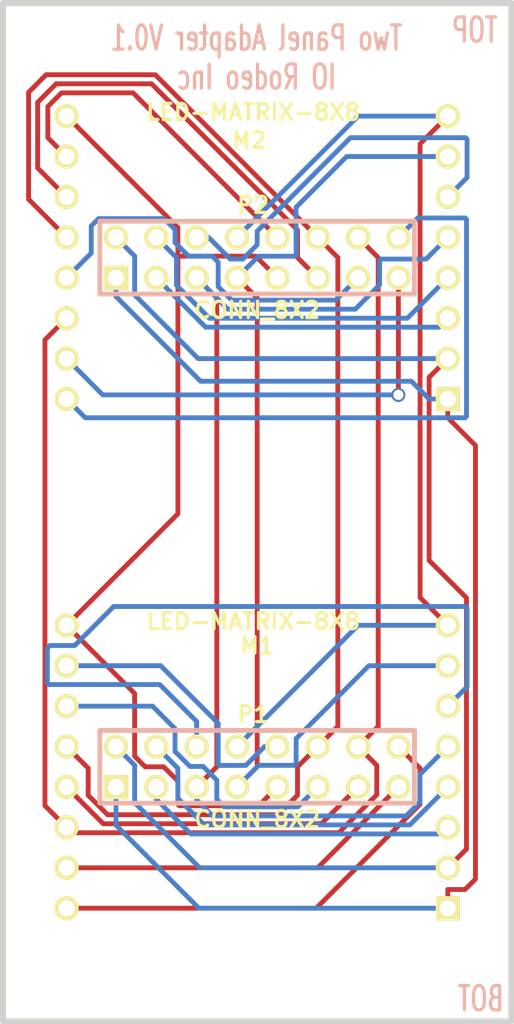
<source format=kicad_pcb>
(kicad_pcb (version 20171130) (host pcbnew 5.1.10)

  (general
    (thickness 1.6002)
    (drawings 7)
    (tracks 209)
    (zones 0)
    (modules 4)
    (nets 25)
  )

  (page A4)
  (title_block
    (date "12 apr 2013")
  )

  (layers
    (0 Front signal)
    (31 Back signal)
    (32 B.Adhes user)
    (33 F.Adhes user)
    (34 B.Paste user)
    (35 F.Paste user)
    (36 B.SilkS user)
    (37 F.SilkS user)
    (38 B.Mask user)
    (39 F.Mask user)
    (40 Dwgs.User user)
    (41 Cmts.User user)
    (42 Eco1.User user)
    (43 Eco2.User user)
    (44 Edge.Cuts user)
  )

  (setup
    (last_trace_width 0.3048)
    (trace_clearance 0.254)
    (zone_clearance 0.508)
    (zone_45_only no)
    (trace_min 0.2032)
    (via_size 0.889)
    (via_drill 0.635)
    (via_min_size 0.889)
    (via_min_drill 0.508)
    (uvia_size 0.508)
    (uvia_drill 0.127)
    (uvias_allowed no)
    (uvia_min_size 0.508)
    (uvia_min_drill 0.127)
    (edge_width 0.381)
    (segment_width 0.381)
    (pcb_text_width 0.3048)
    (pcb_text_size 1.524 2.032)
    (mod_edge_width 0.381)
    (mod_text_size 1.524 1.524)
    (mod_text_width 0.3048)
    (pad_size 1.524 1.524)
    (pad_drill 0.8128)
    (pad_to_mask_clearance 0.254)
    (aux_axis_origin 0 0)
    (visible_elements FFFFFF7F)
    (pcbplotparams
      (layerselection 0x00030_ffffffff)
      (usegerberextensions true)
      (usegerberattributes true)
      (usegerberadvancedattributes true)
      (creategerberjobfile true)
      (excludeedgelayer true)
      (linewidth 0.150000)
      (plotframeref false)
      (viasonmask false)
      (mode 1)
      (useauxorigin false)
      (hpglpennumber 1)
      (hpglpenspeed 20)
      (hpglpendiameter 15.000000)
      (psnegative false)
      (psa4output false)
      (plotreference true)
      (plotvalue true)
      (plotinvisibletext false)
      (padsonsilk false)
      (subtractmaskfromsilk false)
      (outputformat 1)
      (mirror false)
      (drillshape 1)
      (scaleselection 1)
      (outputdirectory ""))
  )

  (net 0 "")
  (net 1 /COL1)
  (net 2 /COL10)
  (net 3 /COL11)
  (net 4 /COL12)
  (net 5 /COL13)
  (net 6 /COL14)
  (net 7 /COL15)
  (net 8 /COL16)
  (net 9 /COL2)
  (net 10 /COL3)
  (net 11 /COL4)
  (net 12 /COL5)
  (net 13 /COL6)
  (net 14 /COL7)
  (net 15 /COL8)
  (net 16 /COL9)
  (net 17 /ROW1)
  (net 18 /ROW2)
  (net 19 /ROW3)
  (net 20 /ROW4)
  (net 21 /ROW5)
  (net 22 /ROW6)
  (net 23 /ROW7)
  (net 24 /ROW8)

  (net_class Default "This is the default net class."
    (clearance 0.254)
    (trace_width 0.3048)
    (via_dia 0.889)
    (via_drill 0.635)
    (uvia_dia 0.508)
    (uvia_drill 0.127)
    (add_net /COL1)
    (add_net /COL10)
    (add_net /COL11)
    (add_net /COL12)
    (add_net /COL13)
    (add_net /COL14)
    (add_net /COL15)
    (add_net /COL16)
    (add_net /COL2)
    (add_net /COL3)
    (add_net /COL4)
    (add_net /COL5)
    (add_net /COL6)
    (add_net /COL7)
    (add_net /COL8)
    (add_net /COL9)
    (add_net /ROW1)
    (add_net /ROW2)
    (add_net /ROW3)
    (add_net /ROW4)
    (add_net /ROW5)
    (add_net /ROW6)
    (add_net /ROW7)
    (add_net /ROW8)
  )

  (module LED_8x8 (layer Front) (tedit 5161C310) (tstamp 5161BF72)
    (at 66.79946 98.80092 180)
    (descr "LED 8x8 Matrix w/ 8x1 Peel-A-Way connectors (terminal type 210)")
    (tags LED)
    (path /5161B1D4)
    (fp_text reference M1 (at -0.00254 7.61492 180) (layer F.SilkS)
      (effects (font (size 1.016 1.016) (thickness 0.2032)))
    )
    (fp_text value LED-MATRIX-8X8 (at 0.25146 9.13892 180) (layer F.SilkS)
      (effects (font (size 1.016 1.016) (thickness 0.2032)))
    )
    (fp_line (start 15.99946 15.99946) (end -15.99946 15.99946) (layer Dwgs.User) (width 0.3048))
    (fp_line (start -15.99946 15.99946) (end -15.99946 -15.99946) (layer Dwgs.User) (width 0.3048))
    (fp_line (start -15.99946 -15.99946) (end 15.99946 -15.99946) (layer Dwgs.User) (width 0.3048))
    (fp_line (start 15.99946 -15.99946) (end 15.99946 15.99946) (layer Dwgs.User) (width 0.3048))
    (fp_line (start 10.72896 9.90854) (end 10.72896 -9.90346) (layer Dwgs.User) (width 0.3048))
    (fp_line (start 13.26896 -9.90346) (end 13.26896 9.90854) (layer Dwgs.User) (width 0.3048))
    (fp_line (start 13.26896 -9.90346) (end 10.72896 -9.90346) (layer Dwgs.User) (width 0.3048))
    (fp_line (start 13.26896 9.90854) (end 10.72896 9.90854) (layer Dwgs.User) (width 0.3048))
    (fp_line (start -10.7315 9.90854) (end -13.2715 9.90854) (layer Dwgs.User) (width 0.3048))
    (fp_line (start -10.7315 -9.90346) (end -13.2715 -9.90346) (layer Dwgs.User) (width 0.3048))
    (fp_line (start -10.7315 -9.90346) (end -10.7315 9.90854) (layer Dwgs.User) (width 0.3048))
    (fp_line (start -13.2715 9.90854) (end -13.2715 -9.90346) (layer Dwgs.User) (width 0.3048))
    (pad 9 thru_hole circle (at 11.99896 8.89254 90) (size 1.524 1.524) (drill 1.016) (layers *.Cu *.Mask F.SilkS)
      (net 17 /ROW1))
    (pad 10 thru_hole circle (at 11.99896 6.35254 90) (size 1.524 1.524) (drill 1.016) (layers *.Cu *.Mask F.SilkS)
      (net 11 /COL4))
    (pad 11 thru_hole circle (at 11.99896 3.81254 90) (size 1.524 1.524) (drill 1.016) (layers *.Cu *.Mask F.SilkS)
      (net 13 /COL6))
    (pad 12 thru_hole circle (at 11.99896 1.27254 90) (size 1.524 1.524) (drill 1.016) (layers *.Cu *.Mask F.SilkS)
      (net 20 /ROW4))
    (pad 13 thru_hole circle (at 11.99896 -1.26746 90) (size 1.524 1.524) (drill 1.016) (layers *.Cu *.Mask F.SilkS)
      (net 1 /COL1))
    (pad 14 thru_hole circle (at 11.99896 -3.80746 90) (size 1.524 1.524) (drill 1.016) (layers *.Cu *.Mask F.SilkS)
      (net 18 /ROW2))
    (pad 15 thru_hole circle (at 11.99896 -6.34746 90) (size 1.524 1.524) (drill 1.016) (layers *.Cu *.Mask F.SilkS)
      (net 14 /COL7))
    (pad 16 thru_hole circle (at 11.99896 -8.88746) (size 1.524 1.524) (drill 1.016) (layers *.Cu *.Mask F.SilkS)
      (net 15 /COL8))
    (pad 1 thru_hole rect (at -12.0015 -8.88746) (size 1.524 1.524) (drill 1.016) (layers *.Cu *.Mask F.SilkS)
      (net 21 /ROW5))
    (pad 2 thru_hole circle (at -12.0015 -6.34746 90) (size 1.524 1.524) (drill 1.016) (layers *.Cu *.Mask F.SilkS)
      (net 23 /ROW7))
    (pad 3 thru_hole circle (at -12.0015 -3.80746 90) (size 1.524 1.524) (drill 1.016) (layers *.Cu *.Mask F.SilkS)
      (net 9 /COL2))
    (pad 4 thru_hole circle (at -12.0015 -1.26746 90) (size 1.524 1.524) (drill 1.016) (layers *.Cu *.Mask F.SilkS)
      (net 10 /COL3))
    (pad 5 thru_hole circle (at -12.0015 1.27254 90) (size 1.524 1.524) (drill 1.016) (layers *.Cu *.Mask F.SilkS)
      (net 24 /ROW8))
    (pad 6 thru_hole circle (at -12.0015 3.81254 90) (size 1.524 1.524) (drill 1.016) (layers *.Cu *.Mask F.SilkS)
      (net 12 /COL5))
    (pad 7 thru_hole circle (at -12.0015 6.35254 90) (size 1.524 1.524) (drill 1.016) (layers *.Cu *.Mask F.SilkS)
      (net 22 /ROW6))
    (pad 8 thru_hole circle (at -12.0015 8.89254 90) (size 1.524 1.524) (drill 1.016) (layers *.Cu *.Mask F.SilkS)
      (net 19 /ROW3))
  )

  (module LED_8x8 (layer Front) (tedit 5161C25F) (tstamp 5161BF74)
    (at 66.79946 66.79946 180)
    (descr "LED 8x8 Matrix w/ 8x1 Peel-A-Way connectors (terminal type 210)")
    (tags LED)
    (path /5161BB2C)
    (fp_text reference M2 (at 0.50546 7.36346 180) (layer F.SilkS)
      (effects (font (size 1.016 1.016) (thickness 0.2032)))
    )
    (fp_text value LED-MATRIX-8X8 (at 0.25146 9.14146 180) (layer F.SilkS)
      (effects (font (size 1.016 1.016) (thickness 0.2032)))
    )
    (fp_line (start 15.99946 15.99946) (end -15.99946 15.99946) (layer Dwgs.User) (width 0.3048))
    (fp_line (start -15.99946 15.99946) (end -15.99946 -15.99946) (layer Dwgs.User) (width 0.3048))
    (fp_line (start -15.99946 -15.99946) (end 15.99946 -15.99946) (layer Dwgs.User) (width 0.3048))
    (fp_line (start 15.99946 -15.99946) (end 15.99946 15.99946) (layer Dwgs.User) (width 0.3048))
    (fp_line (start 10.72896 9.90854) (end 10.72896 -9.90346) (layer Dwgs.User) (width 0.3048))
    (fp_line (start 13.26896 -9.90346) (end 13.26896 9.90854) (layer Dwgs.User) (width 0.3048))
    (fp_line (start 13.26896 -9.90346) (end 10.72896 -9.90346) (layer Dwgs.User) (width 0.3048))
    (fp_line (start 13.26896 9.90854) (end 10.72896 9.90854) (layer Dwgs.User) (width 0.3048))
    (fp_line (start -10.7315 9.90854) (end -13.2715 9.90854) (layer Dwgs.User) (width 0.3048))
    (fp_line (start -10.7315 -9.90346) (end -13.2715 -9.90346) (layer Dwgs.User) (width 0.3048))
    (fp_line (start -10.7315 -9.90346) (end -10.7315 9.90854) (layer Dwgs.User) (width 0.3048))
    (fp_line (start -13.2715 9.90854) (end -13.2715 -9.90346) (layer Dwgs.User) (width 0.3048))
    (pad 9 thru_hole circle (at 11.99896 8.89254 90) (size 1.524 1.524) (drill 1.016) (layers *.Cu *.Mask F.SilkS)
      (net 17 /ROW1))
    (pad 10 thru_hole circle (at 11.99896 6.35254 90) (size 1.524 1.524) (drill 1.016) (layers *.Cu *.Mask F.SilkS)
      (net 4 /COL12))
    (pad 11 thru_hole circle (at 11.99896 3.81254 90) (size 1.524 1.524) (drill 1.016) (layers *.Cu *.Mask F.SilkS)
      (net 6 /COL14))
    (pad 12 thru_hole circle (at 11.99896 1.27254 90) (size 1.524 1.524) (drill 1.016) (layers *.Cu *.Mask F.SilkS)
      (net 20 /ROW4))
    (pad 13 thru_hole circle (at 11.99896 -1.26746 90) (size 1.524 1.524) (drill 1.016) (layers *.Cu *.Mask F.SilkS)
      (net 16 /COL9))
    (pad 14 thru_hole circle (at 11.99896 -3.80746 90) (size 1.524 1.524) (drill 1.016) (layers *.Cu *.Mask F.SilkS)
      (net 18 /ROW2))
    (pad 15 thru_hole circle (at 11.99896 -6.34746 90) (size 1.524 1.524) (drill 1.016) (layers *.Cu *.Mask F.SilkS)
      (net 7 /COL15))
    (pad 16 thru_hole circle (at 11.99896 -8.88746) (size 1.524 1.524) (drill 1.016) (layers *.Cu *.Mask F.SilkS)
      (net 8 /COL16))
    (pad 1 thru_hole rect (at -12.0015 -8.88746) (size 1.524 1.524) (drill 1.016) (layers *.Cu *.Mask F.SilkS)
      (net 21 /ROW5))
    (pad 2 thru_hole circle (at -12.0015 -6.34746 90) (size 1.524 1.524) (drill 1.016) (layers *.Cu *.Mask F.SilkS)
      (net 23 /ROW7))
    (pad 3 thru_hole circle (at -12.0015 -3.80746 90) (size 1.524 1.524) (drill 1.016) (layers *.Cu *.Mask F.SilkS)
      (net 2 /COL10))
    (pad 4 thru_hole circle (at -12.0015 -1.26746 90) (size 1.524 1.524) (drill 1.016) (layers *.Cu *.Mask F.SilkS)
      (net 3 /COL11))
    (pad 5 thru_hole circle (at -12.0015 1.27254 90) (size 1.524 1.524) (drill 1.016) (layers *.Cu *.Mask F.SilkS)
      (net 24 /ROW8))
    (pad 6 thru_hole circle (at -12.0015 3.81254 90) (size 1.524 1.524) (drill 1.016) (layers *.Cu *.Mask F.SilkS)
      (net 5 /COL13))
    (pad 7 thru_hole circle (at -12.0015 6.35254 90) (size 1.524 1.524) (drill 1.016) (layers *.Cu *.Mask F.SilkS)
      (net 22 /ROW6))
    (pad 8 thru_hole circle (at -12.0015 8.89254 90) (size 1.524 1.524) (drill 1.016) (layers *.Cu *.Mask F.SilkS)
      (net 19 /ROW3))
  )

  (module pin_array_8x2_custom (layer Front) (tedit 5161C82B) (tstamp 5161BF6F)
    (at 66.79946 98.80092)
    (descr "Double rangee de contacts 2 x 8 pins")
    (tags CONN)
    (path /5161B211)
    (fp_text reference P1 (at -0.254 -3.302) (layer F.SilkS)
      (effects (font (size 1.016 1.016) (thickness 0.2032)))
    )
    (fp_text value CONN_8X2 (at 0 3.302) (layer F.SilkS)
      (effects (font (size 1.016 1.016) (thickness 0.2032)))
    )
    (fp_line (start -9.906 2.286) (end -9.906 -2.286) (layer B.SilkS) (width 0.3048))
    (fp_line (start -9.906 -2.286) (end 9.906 -2.286) (layer B.SilkS) (width 0.3048))
    (fp_line (start 9.906 -2.286) (end 9.906 2.286) (layer B.SilkS) (width 0.3048))
    (fp_line (start 9.906 2.286) (end -9.906 2.286) (layer B.SilkS) (width 0.3048))
    (pad 1 thru_hole rect (at -8.89 1.27) (size 1.524 1.524) (drill 1.016) (layers *.Cu *.Mask F.SilkS)
      (net 21 /ROW5))
    (pad 2 thru_hole circle (at -8.89 -1.27) (size 1.524 1.524) (drill 1.016) (layers *.Cu *.Mask F.SilkS)
      (net 23 /ROW7))
    (pad 3 thru_hole circle (at -6.35 1.27) (size 1.524 1.524) (drill 1.016) (layers *.Cu *.Mask F.SilkS)
      (net 9 /COL2))
    (pad 4 thru_hole circle (at -6.35 -1.27) (size 1.524 1.524) (drill 1.016) (layers *.Cu *.Mask F.SilkS)
      (net 10 /COL3))
    (pad 5 thru_hole circle (at -3.81 1.27) (size 1.524 1.524) (drill 1.016) (layers *.Cu *.Mask F.SilkS)
      (net 24 /ROW8))
    (pad 6 thru_hole circle (at -3.81 -1.27) (size 1.524 1.524) (drill 1.016) (layers *.Cu *.Mask F.SilkS)
      (net 12 /COL5))
    (pad 7 thru_hole circle (at -1.27 1.27) (size 1.524 1.524) (drill 1.016) (layers *.Cu *.Mask F.SilkS)
      (net 22 /ROW6))
    (pad 8 thru_hole circle (at -1.27 -1.27) (size 1.524 1.524) (drill 1.016) (layers *.Cu *.Mask F.SilkS)
      (net 19 /ROW3))
    (pad 9 thru_hole circle (at 1.27 1.27) (size 1.524 1.524) (drill 1.016) (layers *.Cu *.Mask F.SilkS)
      (net 17 /ROW1))
    (pad 10 thru_hole circle (at 1.27 -1.27) (size 1.524 1.524) (drill 1.016) (layers *.Cu *.Mask F.SilkS)
      (net 11 /COL4))
    (pad 11 thru_hole circle (at 3.81 1.27) (size 1.524 1.524) (drill 1.016) (layers *.Cu *.Mask F.SilkS)
      (net 13 /COL6))
    (pad 12 thru_hole circle (at 3.81 -1.27) (size 1.524 1.524) (drill 1.016) (layers *.Cu *.Mask F.SilkS)
      (net 20 /ROW4))
    (pad 13 thru_hole circle (at 6.35 1.27) (size 1.524 1.524) (drill 1.016) (layers *.Cu *.Mask F.SilkS)
      (net 1 /COL1))
    (pad 14 thru_hole circle (at 6.35 -1.27) (size 1.524 1.524) (drill 1.016) (layers *.Cu *.Mask F.SilkS)
      (net 18 /ROW2))
    (pad 15 thru_hole circle (at 8.89 1.27) (size 1.524 1.524) (drill 1.016) (layers *.Cu *.Mask F.SilkS)
      (net 14 /COL7))
    (pad 16 thru_hole circle (at 8.89 -1.27) (size 1.524 1.524) (drill 1.016) (layers *.Cu *.Mask F.SilkS)
      (net 15 /COL8))
    (model pin_array/pins_array_8x2.wrl
      (at (xyz 0 0 0))
      (scale (xyz 1 1 1))
      (rotate (xyz 0 0 0))
    )
  )

  (module pin_array_8x2_custom (layer Front) (tedit 5161C82B) (tstamp 5161BF71)
    (at 66.79946 66.79946)
    (descr "Double rangee de contacts 2 x 8 pins")
    (tags CONN)
    (path /5161BB2B)
    (fp_text reference P2 (at -0.254 -3.302) (layer F.SilkS)
      (effects (font (size 1.016 1.016) (thickness 0.2032)))
    )
    (fp_text value CONN_8X2 (at 0 3.302) (layer F.SilkS)
      (effects (font (size 1.016 1.016) (thickness 0.2032)))
    )
    (fp_line (start -9.906 2.286) (end -9.906 -2.286) (layer B.SilkS) (width 0.3048))
    (fp_line (start -9.906 -2.286) (end 9.906 -2.286) (layer B.SilkS) (width 0.3048))
    (fp_line (start 9.906 -2.286) (end 9.906 2.286) (layer B.SilkS) (width 0.3048))
    (fp_line (start 9.906 2.286) (end -9.906 2.286) (layer B.SilkS) (width 0.3048))
    (pad 1 thru_hole rect (at -8.89 1.27) (size 1.524 1.524) (drill 1.016) (layers *.Cu *.Mask F.SilkS)
      (net 21 /ROW5))
    (pad 2 thru_hole circle (at -8.89 -1.27) (size 1.524 1.524) (drill 1.016) (layers *.Cu *.Mask F.SilkS)
      (net 23 /ROW7))
    (pad 3 thru_hole circle (at -6.35 1.27) (size 1.524 1.524) (drill 1.016) (layers *.Cu *.Mask F.SilkS)
      (net 2 /COL10))
    (pad 4 thru_hole circle (at -6.35 -1.27) (size 1.524 1.524) (drill 1.016) (layers *.Cu *.Mask F.SilkS)
      (net 3 /COL11))
    (pad 5 thru_hole circle (at -3.81 1.27) (size 1.524 1.524) (drill 1.016) (layers *.Cu *.Mask F.SilkS)
      (net 24 /ROW8))
    (pad 6 thru_hole circle (at -3.81 -1.27) (size 1.524 1.524) (drill 1.016) (layers *.Cu *.Mask F.SilkS)
      (net 5 /COL13))
    (pad 7 thru_hole circle (at -1.27 1.27) (size 1.524 1.524) (drill 1.016) (layers *.Cu *.Mask F.SilkS)
      (net 22 /ROW6))
    (pad 8 thru_hole circle (at -1.27 -1.27) (size 1.524 1.524) (drill 1.016) (layers *.Cu *.Mask F.SilkS)
      (net 19 /ROW3))
    (pad 9 thru_hole circle (at 1.27 1.27) (size 1.524 1.524) (drill 1.016) (layers *.Cu *.Mask F.SilkS)
      (net 17 /ROW1))
    (pad 10 thru_hole circle (at 1.27 -1.27) (size 1.524 1.524) (drill 1.016) (layers *.Cu *.Mask F.SilkS)
      (net 4 /COL12))
    (pad 11 thru_hole circle (at 3.81 1.27) (size 1.524 1.524) (drill 1.016) (layers *.Cu *.Mask F.SilkS)
      (net 6 /COL14))
    (pad 12 thru_hole circle (at 3.81 -1.27) (size 1.524 1.524) (drill 1.016) (layers *.Cu *.Mask F.SilkS)
      (net 20 /ROW4))
    (pad 13 thru_hole circle (at 6.35 1.27) (size 1.524 1.524) (drill 1.016) (layers *.Cu *.Mask F.SilkS)
      (net 16 /COL9))
    (pad 14 thru_hole circle (at 6.35 -1.27) (size 1.524 1.524) (drill 1.016) (layers *.Cu *.Mask F.SilkS)
      (net 18 /ROW2))
    (pad 15 thru_hole circle (at 8.89 1.27) (size 1.524 1.524) (drill 1.016) (layers *.Cu *.Mask F.SilkS)
      (net 7 /COL15))
    (pad 16 thru_hole circle (at 8.89 -1.27) (size 1.524 1.524) (drill 1.016) (layers *.Cu *.Mask F.SilkS)
      (net 8 /COL16))
    (model pin_array/pins_array_8x2.wrl
      (at (xyz 0 0 0))
      (scale (xyz 1 1 1))
      (rotate (xyz 0 0 0))
    )
  )

  (gr_text "Two Panel Adapter V0.1\nIO Rodeo Inc" (at 66.7512 54.229) (layer B.SilkS)
    (effects (font (size 1.524 1.016) (thickness 0.2032)) (justify mirror))
  )
  (gr_text BOT (at 79.3242 113.3856) (layer B.SilkS)
    (effects (font (size 1.524 1.016) (thickness 0.2032)) (justify right mirror))
  )
  (gr_text TOP (at 80.4926 52.5018) (layer B.SilkS)
    (effects (font (size 1.524 1.016) (thickness 0.2032)) (justify mirror))
  )
  (gr_line (start 82.79892 50.8) (end 50.8 50.8) (angle 90) (layer Edge.Cuts) (width 0.381))
  (gr_line (start 82.79892 114.80038) (end 82.79892 50.8) (angle 90) (layer Edge.Cuts) (width 0.381))
  (gr_line (start 50.8 114.80038) (end 82.79892 114.80038) (angle 90) (layer Edge.Cuts) (width 0.381))
  (gr_line (start 50.8 50.8) (end 50.8 114.80038) (angle 90) (layer Edge.Cuts) (width 0.381))

  (segment (start 70.8406 102.37978) (end 73.14946 100.07092) (width 0.3048) (layer Front) (net 1) (status 800000))
  (segment (start 57.1119 102.37978) (end 70.8406 102.37978) (width 0.3048) (layer Front) (net 1))
  (segment (start 54.8005 100.06838) (end 57.1119 102.37978) (width 0.3048) (layer Front) (net 1) (status 400000))
  (segment (start 78.23454 71.17334) (end 78.80096 70.60692) (width 0.3048) (layer Back) (net 2) (status 800000))
  (segment (start 63.55334 71.17334) (end 78.23454 71.17334) (width 0.3048) (layer Back) (net 2))
  (segment (start 60.44946 68.06946) (end 63.55334 71.17334) (width 0.3048) (layer Back) (net 2) (status 400000))
  (segment (start 76.26096 70.60692) (end 78.80096 68.06692) (width 0.3048) (layer Back) (net 3) (status 800000))
  (segment (start 63.7921 70.60692) (end 76.26096 70.60692) (width 0.3048) (layer Back) (net 3))
  (segment (start 61.71946 68.53428) (end 63.7921 70.60692) (width 0.3048) (layer Back) (net 3))
  (segment (start 61.71946 66.79946) (end 61.71946 68.53428) (width 0.3048) (layer Back) (net 3))
  (segment (start 60.44946 65.52946) (end 61.71946 66.79946) (width 0.3048) (layer Back) (net 3) (status 400000))
  (segment (start 58.98642 56.44642) (end 68.06946 65.52946) (width 0.3048) (layer Front) (net 4) (status 800000))
  (segment (start 54.47792 56.44642) (end 58.98642 56.44642) (width 0.3048) (layer Front) (net 4))
  (segment (start 53.62194 57.3024) (end 54.47792 56.44642) (width 0.3048) (layer Front) (net 4))
  (segment (start 53.62194 59.26836) (end 53.62194 57.3024) (width 0.3048) (layer Front) (net 4))
  (segment (start 54.8005 60.44692) (end 53.62194 59.26836) (width 0.3048) (layer Front) (net 4) (status 400000))
  (segment (start 80.01254 61.77534) (end 78.80096 62.98692) (width 0.3048) (layer Back) (net 5) (status 800000))
  (segment (start 80.01254 59.34964) (end 80.01254 61.77534) (width 0.3048) (layer Back) (net 5))
  (segment (start 79.92618 59.26328) (end 80.01254 59.34964) (width 0.3048) (layer Back) (net 5))
  (segment (start 72.67448 59.26328) (end 79.92618 59.26328) (width 0.3048) (layer Back) (net 5))
  (segment (start 66.79946 65.1383) (end 72.67448 59.26328) (width 0.3048) (layer Back) (net 5))
  (segment (start 66.79946 65.99428) (end 66.79946 65.1383) (width 0.3048) (layer Back) (net 5))
  (segment (start 65.90284 66.8909) (end 66.79946 65.99428) (width 0.3048) (layer Back) (net 5))
  (segment (start 65.10274 66.8909) (end 65.90284 66.8909) (width 0.3048) (layer Back) (net 5))
  (segment (start 63.7413 65.52946) (end 65.10274 66.8909) (width 0.3048) (layer Back) (net 5))
  (segment (start 62.98946 65.52946) (end 63.7413 65.52946) (width 0.3048) (layer Back) (net 5) (status 400000))
  (segment (start 69.33946 66.79946) (end 70.60946 68.06946) (width 0.3048) (layer Front) (net 6) (status 800000))
  (segment (start 69.33946 65.06464) (end 69.33946 66.79946) (width 0.3048) (layer Front) (net 6))
  (segment (start 60.14974 55.87492) (end 69.33946 65.06464) (width 0.3048) (layer Front) (net 6))
  (segment (start 54.14518 55.87492) (end 60.14974 55.87492) (width 0.3048) (layer Front) (net 6))
  (segment (start 52.97932 57.04078) (end 54.14518 55.87492) (width 0.3048) (layer Front) (net 6))
  (segment (start 52.97932 61.16574) (end 52.97932 57.04078) (width 0.3048) (layer Front) (net 6))
  (segment (start 54.8005 62.98692) (end 52.97932 61.16574) (width 0.3048) (layer Front) (net 6) (status 400000))
  (via (at 75.68946 75.42784) (size 0.889) (layers Front Back) (net 7))
  (segment (start 57.08142 75.42784) (end 75.68946 75.42784) (width 0.3048) (layer Back) (net 7))
  (segment (start 54.8005 73.14692) (end 57.08142 75.42784) (width 0.3048) (layer Back) (net 7) (status 400000))
  (segment (start 75.68946 68.06946) (end 75.68946 75.42784) (width 0.3048) (layer Front) (net 7) (status 400000))
  (segment (start 76.90866 64.31026) (end 75.68946 65.52946) (width 0.3048) (layer Back) (net 8) (status 800000))
  (segment (start 79.89316 64.31026) (end 76.90866 64.31026) (width 0.3048) (layer Back) (net 8))
  (segment (start 79.97952 64.39662) (end 79.89316 64.31026) (width 0.3048) (layer Back) (net 8))
  (segment (start 79.97952 76.77912) (end 79.97952 64.39662) (width 0.3048) (layer Back) (net 8))
  (segment (start 79.89316 76.86548) (end 79.97952 76.77912) (width 0.3048) (layer Back) (net 8))
  (segment (start 55.97906 76.86548) (end 79.89316 76.86548) (width 0.3048) (layer Back) (net 8))
  (segment (start 54.8005 75.68692) (end 55.97906 76.86548) (width 0.3048) (layer Back) (net 8) (status 400000))
  (segment (start 78.38948 103.01986) (end 78.80096 102.60838) (width 0.3048) (layer Back) (net 9) (status 800000))
  (segment (start 62.62624 103.01986) (end 78.38948 103.01986) (width 0.3048) (layer Back) (net 9))
  (segment (start 60.44946 100.84308) (end 62.62624 103.01986) (width 0.3048) (layer Back) (net 9))
  (segment (start 60.44946 100.07092) (end 60.44946 100.84308) (width 0.3048) (layer Back) (net 9) (status 400000))
  (segment (start 76.4159 102.45344) (end 78.80096 100.06838) (width 0.3048) (layer Back) (net 10) (status 800000))
  (segment (start 63.4746 102.45344) (end 76.4159 102.45344) (width 0.3048) (layer Back) (net 10))
  (segment (start 61.80582 100.78466) (end 63.4746 102.45344) (width 0.3048) (layer Back) (net 10))
  (segment (start 61.80582 98.88728) (end 61.80582 100.78466) (width 0.3048) (layer Back) (net 10))
  (segment (start 60.44946 97.53092) (end 61.80582 98.88728) (width 0.3048) (layer Back) (net 10) (status 400000))
  (segment (start 67.26428 97.53092) (end 68.06946 97.53092) (width 0.3048) (layer Back) (net 11) (status 800000))
  (segment (start 66.08064 98.71456) (end 67.26428 97.53092) (width 0.3048) (layer Back) (net 11))
  (segment (start 64.43218 98.71456) (end 66.08064 98.71456) (width 0.3048) (layer Back) (net 11))
  (segment (start 64.34582 98.6282) (end 64.43218 98.71456) (width 0.3048) (layer Back) (net 11))
  (segment (start 64.34582 96.06788) (end 64.34582 98.6282) (width 0.3048) (layer Back) (net 11))
  (segment (start 60.72632 92.44838) (end 64.34582 96.06788) (width 0.3048) (layer Back) (net 11))
  (segment (start 54.8005 92.44838) (end 60.72632 92.44838) (width 0.3048) (layer Back) (net 11) (status 400000))
  (segment (start 62.98946 95.95358) (end 62.98946 97.53092) (width 0.3048) (layer Back) (net 12) (status 800000))
  (segment (start 60.6679 93.63202) (end 62.98946 95.95358) (width 0.3048) (layer Back) (net 12))
  (segment (start 53.67782 93.63202) (end 60.6679 93.63202) (width 0.3048) (layer Back) (net 12))
  (segment (start 53.59146 93.54566) (end 53.67782 93.63202) (width 0.3048) (layer Back) (net 12))
  (segment (start 53.59146 91.34094) (end 53.59146 93.54566) (width 0.3048) (layer Back) (net 12))
  (segment (start 53.75402 91.17838) (end 53.59146 91.34094) (width 0.3048) (layer Back) (net 12))
  (segment (start 55.31358 91.17838) (end 53.75402 91.17838) (width 0.3048) (layer Back) (net 12))
  (segment (start 57.76468 88.72728) (end 55.31358 91.17838) (width 0.3048) (layer Back) (net 12))
  (segment (start 79.93126 88.72728) (end 57.76468 88.72728) (width 0.3048) (layer Back) (net 12))
  (segment (start 80.01762 88.81364) (end 79.93126 88.72728) (width 0.3048) (layer Back) (net 12))
  (segment (start 80.01762 93.77172) (end 80.01762 88.81364) (width 0.3048) (layer Back) (net 12))
  (segment (start 78.80096 94.98838) (end 80.01762 93.77172) (width 0.3048) (layer Back) (net 12) (status 400000))
  (segment (start 69.36232 101.31806) (end 70.60946 100.07092) (width 0.3048) (layer Back) (net 13) (status 800000))
  (segment (start 64.7319 101.31806) (end 69.36232 101.31806) (width 0.3048) (layer Back) (net 13))
  (segment (start 64.25946 100.84562) (end 64.7319 101.31806) (width 0.3048) (layer Back) (net 13))
  (segment (start 64.25946 99.63912) (end 64.25946 100.84562) (width 0.3048) (layer Back) (net 13))
  (segment (start 63.3984 98.77806) (end 64.25946 99.63912) (width 0.3048) (layer Back) (net 13))
  (segment (start 62.57036 98.77806) (end 63.3984 98.77806) (width 0.3048) (layer Back) (net 13))
  (segment (start 61.62802 97.83572) (end 62.57036 98.77806) (width 0.3048) (layer Back) (net 13))
  (segment (start 61.62802 96.40824) (end 61.62802 97.83572) (width 0.3048) (layer Back) (net 13))
  (segment (start 60.20816 94.98838) (end 61.62802 96.40824) (width 0.3048) (layer Back) (net 13))
  (segment (start 54.8005 94.98838) (end 60.20816 94.98838) (width 0.3048) (layer Back) (net 13) (status 400000))
  (segment (start 70.612 105.14838) (end 75.68946 100.07092) (width 0.3048) (layer Front) (net 14) (status 800000))
  (segment (start 54.8005 105.14838) (end 70.612 105.14838) (width 0.3048) (layer Front) (net 14) (status 400000))
  (segment (start 77.0509 98.89236) (end 75.68946 97.53092) (width 0.3048) (layer Front) (net 15) (status 800000))
  (segment (start 77.0509 101.1555) (end 77.0509 98.89236) (width 0.3048) (layer Front) (net 15))
  (segment (start 70.51802 107.68838) (end 77.0509 101.1555) (width 0.3048) (layer Front) (net 15))
  (segment (start 54.8005 107.68838) (end 70.51802 107.68838) (width 0.3048) (layer Front) (net 15) (status 400000))
  (segment (start 71.74738 69.47154) (end 73.14946 68.06946) (width 0.3048) (layer Back) (net 16) (status 800000))
  (segment (start 65.19672 69.47154) (end 71.74738 69.47154) (width 0.3048) (layer Back) (net 16))
  (segment (start 64.34582 68.62064) (end 65.19672 69.47154) (width 0.3048) (layer Back) (net 16))
  (segment (start 64.34582 67.08902) (end 64.34582 68.62064) (width 0.3048) (layer Back) (net 16))
  (segment (start 63.96482 66.70802) (end 64.34582 67.08902) (width 0.3048) (layer Back) (net 16))
  (segment (start 62.484 66.70802) (end 63.96482 66.70802) (width 0.3048) (layer Back) (net 16))
  (segment (start 61.62802 65.85204) (end 62.484 66.70802) (width 0.3048) (layer Back) (net 16))
  (segment (start 61.62802 65.03924) (end 61.62802 65.85204) (width 0.3048) (layer Back) (net 16))
  (segment (start 60.93968 64.3509) (end 61.62802 65.03924) (width 0.3048) (layer Back) (net 16))
  (segment (start 56.81472 64.3509) (end 60.93968 64.3509) (width 0.3048) (layer Back) (net 16))
  (segment (start 56.35498 64.81064) (end 56.81472 64.3509) (width 0.3048) (layer Back) (net 16))
  (segment (start 56.35498 66.51244) (end 56.35498 64.81064) (width 0.3048) (layer Back) (net 16))
  (segment (start 54.8005 68.06692) (end 56.35498 66.51244) (width 0.3048) (layer Back) (net 16) (status 400000))
  (segment (start 66.89344 101.24694) (end 68.06946 100.07092) (width 0.3048) (layer Front) (net 17) (status 800000))
  (segment (start 61.89472 101.24694) (end 66.89344 101.24694) (width 0.3048) (layer Front) (net 17))
  (segment (start 61.80836 101.16058) (end 61.89472 101.24694) (width 0.3048) (layer Front) (net 17))
  (segment (start 61.80836 99.695) (end 61.80836 101.16058) (width 0.3048) (layer Front) (net 17))
  (segment (start 60.91428 98.80092) (end 61.80836 99.695) (width 0.3048) (layer Front) (net 17))
  (segment (start 59.74588 98.80092) (end 60.91428 98.80092) (width 0.3048) (layer Front) (net 17))
  (segment (start 59.08548 98.14052) (end 59.74588 98.80092) (width 0.3048) (layer Front) (net 17))
  (segment (start 59.08548 94.19336) (end 59.08548 98.14052) (width 0.3048) (layer Front) (net 17))
  (segment (start 54.8005 89.90838) (end 59.08548 94.19336) (width 0.3048) (layer Front) (net 17) (status 400000))
  (segment (start 61.8109 82.89798) (end 54.8005 89.90838) (width 0.3048) (layer Front) (net 17) (status 800000))
  (segment (start 61.8109 66.7893) (end 61.8109 82.89798) (width 0.3048) (layer Front) (net 17))
  (segment (start 61.89218 66.70802) (end 61.8109 66.7893) (width 0.3048) (layer Front) (net 17))
  (segment (start 61.8109 66.62674) (end 61.89218 66.70802) (width 0.3048) (layer Front) (net 17))
  (segment (start 61.8109 64.91732) (end 61.8109 66.62674) (width 0.3048) (layer Front) (net 17))
  (segment (start 54.8005 57.90692) (end 61.8109 64.91732) (width 0.3048) (layer Front) (net 17) (status 400000))
  (segment (start 66.70802 66.70802) (end 68.06946 68.06946) (width 0.3048) (layer Front) (net 17) (status 800000))
  (segment (start 61.89218 66.70802) (end 66.70802 66.70802) (width 0.3048) (layer Front) (net 17))
  (segment (start 53.43906 101.24694) (end 54.8005 102.60838) (width 0.3048) (layer Front) (net 18) (status 800000))
  (segment (start 53.43906 71.96836) (end 53.43906 101.24694) (width 0.3048) (layer Front) (net 18))
  (segment (start 54.8005 70.60692) (end 53.43906 71.96836) (width 0.3048) (layer Front) (net 18) (status 400000))
  (segment (start 74.32802 98.70948) (end 73.14946 97.53092) (width 0.3048) (layer Front) (net 18) (status 800000))
  (segment (start 74.32802 100.5586) (end 74.32802 98.70948) (width 0.3048) (layer Front) (net 18))
  (segment (start 71.94042 102.9462) (end 74.32802 100.5586) (width 0.3048) (layer Front) (net 18))
  (segment (start 55.13832 102.9462) (end 71.94042 102.9462) (width 0.3048) (layer Front) (net 18))
  (segment (start 54.8005 102.60838) (end 55.13832 102.9462) (width 0.3048) (layer Front) (net 18) (status 400000))
  (segment (start 74.41946 96.26092) (end 73.14946 97.53092) (width 0.3048) (layer Front) (net 18) (status 800000))
  (segment (start 74.41946 66.79946) (end 74.41946 96.26092) (width 0.3048) (layer Front) (net 18))
  (segment (start 73.14946 65.52946) (end 74.41946 66.79946) (width 0.3048) (layer Front) (net 18) (status 400000))
  (segment (start 77.05598 88.1634) (end 78.80096 89.90838) (width 0.3048) (layer Front) (net 19) (status 800000))
  (segment (start 77.05598 59.6519) (end 77.05598 88.1634) (width 0.3048) (layer Front) (net 19))
  (segment (start 78.80096 57.90692) (end 77.05598 59.6519) (width 0.3048) (layer Front) (net 19) (status 400000))
  (segment (start 73.152 89.90838) (end 65.52946 97.53092) (width 0.3048) (layer Back) (net 19) (status 800000))
  (segment (start 78.80096 89.90838) (end 73.152 89.90838) (width 0.3048) (layer Back) (net 19) (status 400000))
  (segment (start 73.152 57.90692) (end 65.52946 65.52946) (width 0.3048) (layer Back) (net 19) (status 800000))
  (segment (start 78.80096 57.90692) (end 73.152 57.90692) (width 0.3048) (layer Back) (net 19) (status 400000))
  (segment (start 71.87946 96.26092) (end 70.60946 97.53092) (width 0.3048) (layer Front) (net 20) (status 800000))
  (segment (start 71.87946 66.79946) (end 71.87946 96.26092) (width 0.3048) (layer Front) (net 20))
  (segment (start 70.60946 65.52946) (end 71.87946 66.79946) (width 0.3048) (layer Front) (net 20) (status 400000))
  (segment (start 69.33946 98.80092) (end 70.60946 97.53092) (width 0.3048) (layer Front) (net 20) (status 800000))
  (segment (start 69.33946 100.58654) (end 69.33946 98.80092) (width 0.3048) (layer Front) (net 20))
  (segment (start 68.11264 101.81336) (end 69.33946 100.58654) (width 0.3048) (layer Front) (net 20))
  (segment (start 57.38368 101.81336) (end 68.11264 101.81336) (width 0.3048) (layer Front) (net 20))
  (segment (start 56.16194 100.59162) (end 57.38368 101.81336) (width 0.3048) (layer Front) (net 20))
  (segment (start 56.16194 98.88982) (end 56.16194 100.59162) (width 0.3048) (layer Front) (net 20))
  (segment (start 54.8005 97.52838) (end 56.16194 98.88982) (width 0.3048) (layer Front) (net 20) (status 400000))
  (segment (start 60.38596 55.30596) (end 70.60946 65.52946) (width 0.3048) (layer Front) (net 20) (status 800000))
  (segment (start 53.51526 55.30596) (end 60.38596 55.30596) (width 0.3048) (layer Front) (net 20))
  (segment (start 52.41036 56.41086) (end 53.51526 55.30596) (width 0.3048) (layer Front) (net 20))
  (segment (start 52.41036 63.13678) (end 52.41036 56.41086) (width 0.3048) (layer Front) (net 20))
  (segment (start 54.8005 65.52692) (end 52.41036 63.13678) (width 0.3048) (layer Front) (net 20) (status 400000))
  (segment (start 57.90946 68.06946) (end 57.90946 69.24548) (width 0.3048) (layer Back) (net 21) (status 400000))
  (segment (start 78.80096 75.68692) (end 77.62494 75.68692) (width 0.3048) (layer Back) (net 21) (status 400000))
  (segment (start 63.1317 107.68838) (end 78.80096 107.68838) (width 0.3048) (layer Back) (net 21) (status 800000))
  (segment (start 57.90946 102.46614) (end 63.1317 107.68838) (width 0.3048) (layer Back) (net 21))
  (segment (start 57.90946 100.07092) (end 57.90946 102.46614) (width 0.3048) (layer Back) (net 21) (status 400000))
  (segment (start 63.2333 74.56932) (end 57.90946 69.24548) (width 0.3048) (layer Back) (net 21))
  (segment (start 76.50734 74.56932) (end 63.2333 74.56932) (width 0.3048) (layer Back) (net 21))
  (segment (start 77.62494 75.68692) (end 76.50734 74.56932) (width 0.3048) (layer Back) (net 21))
  (segment (start 78.80096 75.68692) (end 78.80096 76.86294) (width 0.3048) (layer Front) (net 21) (status 400000))
  (segment (start 78.80096 107.68838) (end 78.80096 106.51236) (width 0.3048) (layer Front) (net 21) (status 400000))
  (segment (start 80.5434 78.60538) (end 78.80096 76.86294) (width 0.3048) (layer Front) (net 21))
  (segment (start 80.5434 105.85958) (end 80.5434 78.60538) (width 0.3048) (layer Front) (net 21))
  (segment (start 79.89062 106.51236) (end 80.5434 105.85958) (width 0.3048) (layer Front) (net 21))
  (segment (start 78.80096 106.51236) (end 79.89062 106.51236) (width 0.3048) (layer Front) (net 21))
  (segment (start 72.43318 60.44692) (end 78.80096 60.44692) (width 0.3048) (layer Back) (net 22) (status 800000))
  (segment (start 69.24802 63.63208) (end 72.43318 60.44692) (width 0.3048) (layer Back) (net 22))
  (segment (start 69.24802 66.62674) (end 69.24802 63.63208) (width 0.3048) (layer Back) (net 22))
  (segment (start 69.16166 66.7131) (end 69.24802 66.62674) (width 0.3048) (layer Back) (net 22))
  (segment (start 66.88582 66.7131) (end 69.16166 66.7131) (width 0.3048) (layer Back) (net 22))
  (segment (start 65.52946 68.06946) (end 66.88582 66.7131) (width 0.3048) (layer Back) (net 22) (status 400000))
  (segment (start 73.83526 92.44838) (end 78.80096 92.44838) (width 0.3048) (layer Back) (net 22) (status 800000))
  (segment (start 69.2531 97.03054) (end 73.83526 92.44838) (width 0.3048) (layer Back) (net 22))
  (segment (start 69.2531 98.62312) (end 69.2531 97.03054) (width 0.3048) (layer Back) (net 22))
  (segment (start 69.16674 98.70948) (end 69.2531 98.62312) (width 0.3048) (layer Back) (net 22))
  (segment (start 66.8909 98.70948) (end 69.16674 98.70948) (width 0.3048) (layer Back) (net 22))
  (segment (start 65.52946 100.07092) (end 66.8909 98.70948) (width 0.3048) (layer Back) (net 22) (status 400000))
  (segment (start 66.79946 98.80092) (end 65.52946 100.07092) (width 0.3048) (layer Front) (net 22) (status 800000))
  (segment (start 66.79946 69.33946) (end 66.79946 98.80092) (width 0.3048) (layer Front) (net 22))
  (segment (start 65.52946 68.06946) (end 66.79946 69.33946) (width 0.3048) (layer Front) (net 22) (status 400000))
  (segment (start 59.08802 66.70802) (end 57.90946 65.52946) (width 0.3048) (layer Back) (net 23) (status 800000))
  (segment (start 59.08802 69.14642) (end 59.08802 66.70802) (width 0.3048) (layer Back) (net 23))
  (segment (start 63.08852 73.14692) (end 59.08802 69.14642) (width 0.3048) (layer Back) (net 23))
  (segment (start 78.80096 73.14692) (end 63.08852 73.14692) (width 0.3048) (layer Back) (net 23) (status 400000))
  (segment (start 59.08802 98.70948) (end 57.90946 97.53092) (width 0.3048) (layer Back) (net 23) (status 800000))
  (segment (start 59.08802 101.05644) (end 59.08802 98.70948) (width 0.3048) (layer Back) (net 23))
  (segment (start 63.17996 105.14838) (end 59.08802 101.05644) (width 0.3048) (layer Back) (net 23))
  (segment (start 78.80096 105.14838) (end 63.17996 105.14838) (width 0.3048) (layer Back) (net 23) (status 400000))
  (segment (start 79.97698 103.97236) (end 78.80096 105.14838) (width 0.3048) (layer Front) (net 23) (status 800000))
  (segment (start 79.97698 88.18118) (end 79.97698 103.97236) (width 0.3048) (layer Front) (net 23))
  (segment (start 77.62494 85.82914) (end 79.97698 88.18118) (width 0.3048) (layer Front) (net 23))
  (segment (start 77.62494 74.32294) (end 77.62494 85.82914) (width 0.3048) (layer Front) (net 23))
  (segment (start 78.80096 73.14692) (end 77.62494 74.32294) (width 0.3048) (layer Front) (net 23) (status 400000))
  (segment (start 64.9605 70.0405) (end 62.98946 68.06946) (width 0.3048) (layer Back) (net 24) (status 800000))
  (segment (start 72.97928 70.0405) (end 64.9605 70.0405) (width 0.3048) (layer Back) (net 24))
  (segment (start 74.50582 68.51396) (end 72.97928 70.0405) (width 0.3048) (layer Back) (net 24))
  (segment (start 74.50582 66.97726) (end 74.50582 68.51396) (width 0.3048) (layer Back) (net 24))
  (segment (start 74.59218 66.8909) (end 74.50582 66.97726) (width 0.3048) (layer Back) (net 24))
  (segment (start 77.43698 66.8909) (end 74.59218 66.8909) (width 0.3048) (layer Back) (net 24))
  (segment (start 78.80096 65.52692) (end 77.43698 66.8909) (width 0.3048) (layer Back) (net 24) (status 400000))
  (segment (start 77.04582 99.28352) (end 78.80096 97.52838) (width 0.3048) (layer Back) (net 24) (status 800000))
  (segment (start 77.04582 101.01834) (end 77.04582 99.28352) (width 0.3048) (layer Back) (net 24))
  (segment (start 76.17714 101.88702) (end 77.04582 101.01834) (width 0.3048) (layer Back) (net 24))
  (segment (start 63.99276 101.88702) (end 76.17714 101.88702) (width 0.3048) (layer Back) (net 24))
  (segment (start 62.98946 100.88372) (end 63.99276 101.88702) (width 0.3048) (layer Back) (net 24))
  (segment (start 62.98946 100.07092) (end 62.98946 100.88372) (width 0.3048) (layer Back) (net 24) (status 400000))
  (segment (start 64.25946 98.80092) (end 62.98946 100.07092) (width 0.3048) (layer Front) (net 24) (status 800000))
  (segment (start 64.25946 69.33946) (end 64.25946 98.80092) (width 0.3048) (layer Front) (net 24))
  (segment (start 62.98946 68.06946) (end 64.25946 69.33946) (width 0.3048) (layer Front) (net 24) (status 400000))

)

</source>
